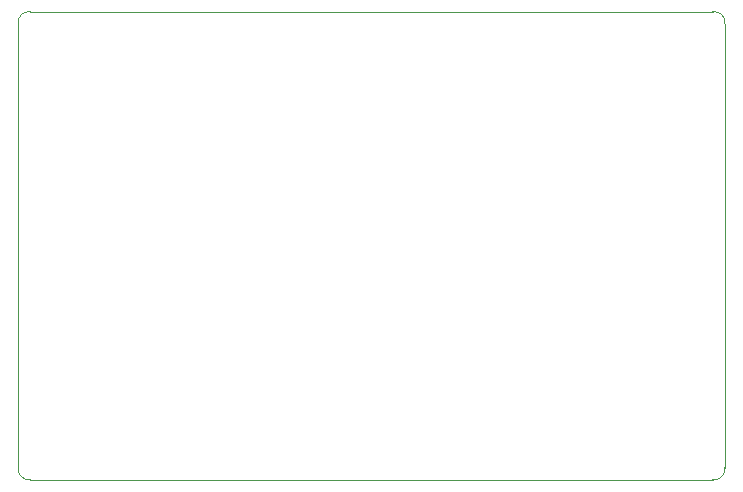
<source format=gbr>
%TF.GenerationSoftware,KiCad,Pcbnew,7.0.9*%
%TF.CreationDate,2025-06-07T20:57:36+05:30*%
%TF.ProjectId,flight_computer_rocketry,666c6967-6874-45f6-936f-6d7075746572,rev?*%
%TF.SameCoordinates,Original*%
%TF.FileFunction,Profile,NP*%
%FSLAX46Y46*%
G04 Gerber Fmt 4.6, Leading zero omitted, Abs format (unit mm)*
G04 Created by KiCad (PCBNEW 7.0.9) date 2025-06-07 20:57:36*
%MOMM*%
%LPD*%
G01*
G04 APERTURE LIST*
%TA.AperFunction,Profile*%
%ADD10C,0.100000*%
%TD*%
G04 APERTURE END LIST*
D10*
X152781000Y-57784999D02*
G75*
G03*
X151765001Y-56769000I-889000J126999D01*
G01*
X93979999Y-56769000D02*
G75*
G03*
X92964000Y-57784999I-126999J-889000D01*
G01*
X151765001Y-96393000D02*
G75*
G03*
X152781000Y-95377001I126999J889000D01*
G01*
X152781000Y-57784999D02*
X152781000Y-95377001D01*
X93979999Y-56769000D02*
X151765001Y-56769000D01*
X151765001Y-96393000D02*
X93979999Y-96393000D01*
X92964000Y-95377001D02*
X92964000Y-57784999D01*
X92964000Y-95377001D02*
G75*
G03*
X93979999Y-96393000I889000J-126999D01*
G01*
M02*

</source>
